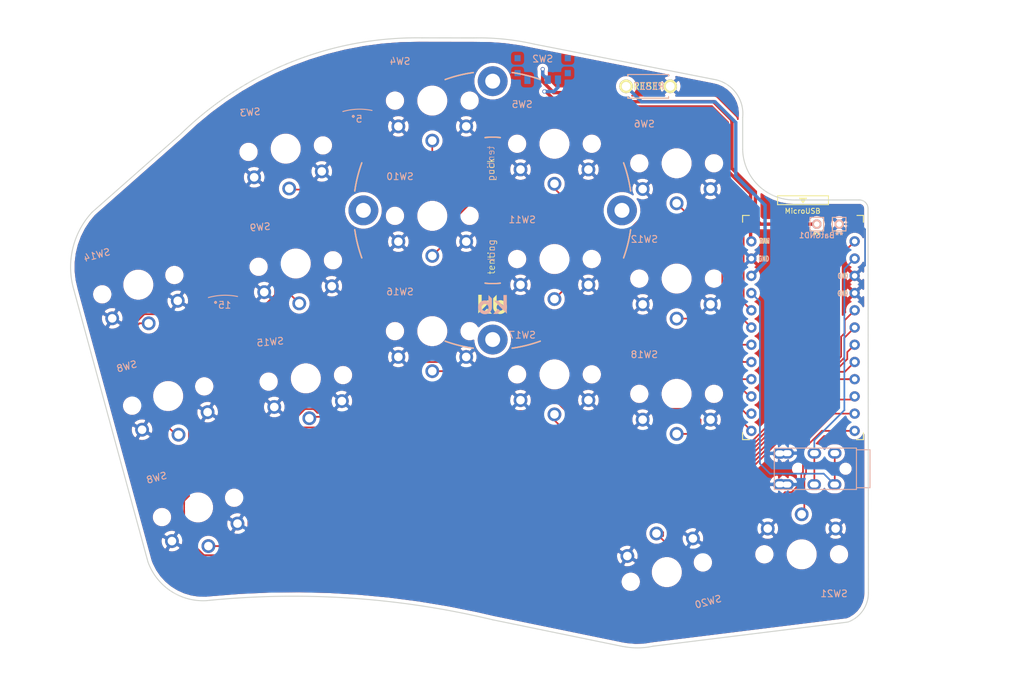
<source format=kicad_pcb>
(kicad_pcb (version 20171130) (host pcbnew 5.1.10)
  (title_block (title hypergolic) (date 2020-12-26) (rev 0.1) (company broomlabs))
  (layers (0 F.Cu signal) (31 B.Cu signal) (34 B.Paste user) (35 F.Paste user) (36 B.SilkS user) (37 F.SilkS user) (38 B.Mask user) (39 F.Mask user) (44 Edge.Cuts user))
  (net 0 "")
  (net 1 reset)
  (net 2 BT+)
  (net 3 gnd)
  (net 4 vcc)
  (net 5 Switch18)
  (net 6 Switch1)
  (net 7 Switch2)
  (net 8 Switch3)
  (net 9 Switch4)
  (net 10 Switch5)
  (net 11 Switch6)
  (net 12 Switch7)
  (net 13 Switch8)
  (net 14 Switch9)
  (net 15 Switch10)
  (net 16 Switch11)
  (net 17 Switch12)
  (net 18 Switch13)
  (net 19 Switch14)
  (net 20 Switch15)
  (net 21 Switch16)
  (net 22 Switch17)
  (net 23 raw)
  (module kbd:ProMicro_v3_min_dual (layer F.Cu) (at 202.438 85.598)
    (fp_text reference U1 hide)
    (fp_text value ProMicro-kbd hide)
    (fp_text user "" (at -1.2065 -16.256) (layer B.SilkS) (effects (justify mirror)))
    (fp_text user "" (at -0.5 -17.25) (layer F.SilkS))
    (fp_text user RAW (at -5.64 -14.52 unlocked) (layer B.SilkS) (effects (font (size 0.75 0.5) (thickness 0.125)) (justify mirror)))
    (fp_text user MicroUSB (at -0.05 -18.95) (layer F.SilkS) (effects (font (size 0.75 0.75) (thickness 0.12))))
    (fp_text user RAW (at -5.67 -14.52) (layer F.SilkS) (effects (font (size 0.75 0.5) (thickness 0.125))))
    (fp_text user GND (at -5.77 -11.91) (layer F.SilkS) (effects (font (size 0.75 0.5) (thickness 0.125))))
    (fp_text user GND (at -5.77 -11.88) (layer B.SilkS) (effects (font (size 0.75 0.5) (thickness 0.125)) (justify mirror)))
    (fp_text user GND (at 5.88 -9.35) (layer B.SilkS) (effects (font (size 0.75 0.5) (thickness 0.125)) (justify mirror)))
    (fp_text user GND (at 5.88 -9.38) (layer F.SilkS) (effects (font (size 0.75 0.5) (thickness 0.125))))
    (fp_text user GND (at 5.86 -6.77) (layer B.SilkS) (effects (font (size 0.75 0.5) (thickness 0.125)) (justify mirror)))
    (fp_text user GND (at 5.86 -6.8) (layer F.SilkS) (effects (font (size 0.75 0.5) (thickness 0.125))))
    (pad 24 thru_hole circle (at -7.6086 -14.478) (size 1.524 1.524) (drill 0.8128) (layers *.Cu *.Mask) (net 23 raw))
    (pad 23 thru_hole circle (at -7.6086 -11.938) (size 1.524 1.524) (drill 0.8128) (layers *.Cu *.Mask) (net 3 gnd))
    (pad 22 thru_hole circle (at -7.6086 -9.398) (size 1.524 1.524) (drill 0.8128) (layers *.Cu *.Mask) (net 1 reset))
    (pad 21 thru_hole circle (at -7.6086 -6.858) (size 1.524 1.524) (drill 0.8128) (layers *.Cu *.Mask) (net 4 vcc))
    (pad 20 thru_hole circle (at -7.6086 -4.318) (size 1.524 1.524) (drill 0.8128) (layers *.Cu *.Mask) (net 10 Switch5))
    (pad 19 thru_hole circle (at -7.6086 -1.778) (size 1.524 1.524) (drill 0.8128) (layers *.Cu *.Mask) (net 9 Switch4))
    (pad 18 thru_hole circle (at -7.6086 0.762) (size 1.524 1.524) (drill 0.8128) (layers *.Cu *.Mask) (net 8 Switch3))
    (pad 17 thru_hole circle (at -7.6086 3.302) (size 1.524 1.524) (drill 0.8128) (layers *.Cu *.Mask) (net 7 Switch2))
    (pad 16 thru_hole circle (at -7.6086 5.842) (size 1.524 1.524) (drill 0.8128) (layers *.Cu *.Mask) (net 11 Switch6))
    (pad 15 thru_hole circle (at -7.6086 8.382) (size 1.524 1.524) (drill 0.8128) (layers *.Cu *.Mask) (net 12 Switch7))
    (pad 14 thru_hole circle (at -7.6086 10.922) (size 1.524 1.524) (drill 0.8128) (layers *.Cu *.Mask) (net 13 Switch8))
    (pad 13 thru_hole circle (at -7.6086 13.462) (size 1.524 1.524) (drill 0.8128) (layers *.Cu *.Mask) (net 14 Switch9))
    (pad 12 thru_hole circle (at 7.6114 13.462) (size 1.524 1.524) (drill 0.8128) (layers *.Cu *.Mask) (net 22 Switch17))
    (pad 11 thru_hole circle (at 7.6114 10.922) (size 1.524 1.524) (drill 0.8128) (layers *.Cu *.Mask) (net 21 Switch16))
    (pad 10 thru_hole circle (at 7.6114 8.382) (size 1.524 1.524) (drill 0.8128) (layers *.Cu *.Mask) (net 6 Switch1))
    (pad 9 thru_hole circle (at 7.6114 5.842) (size 1.524 1.524) (drill 0.8128) (layers *.Cu *.Mask) (net 20 Switch15))
    (pad 8 thru_hole circle (at 7.6114 3.302) (size 1.524 1.524) (drill 0.8128) (layers *.Cu *.Mask) (net 19 Switch14))
    (pad 7 thru_hole circle (at 7.6114 0.762) (size 1.524 1.524) (drill 0.8128) (layers *.Cu *.Mask) (net 18 Switch13))
    (pad 6 thru_hole circle (at 7.6114 -1.778) (size 1.524 1.524) (drill 0.8128) (layers *.Cu *.Mask) (net 17 Switch12))
    (pad 5 thru_hole circle (at 7.6114 -4.318) (size 1.524 1.524) (drill 0.8128) (layers *.Cu *.Mask) (net 16 Switch11))
    (pad 4 thru_hole circle (at 7.6114 -6.858) (size 1.524 1.524) (drill 0.8128) (layers *.Cu *.Mask) (net 3 gnd))
    (pad 3 thru_hole circle (at 7.6114 -9.398) (size 1.524 1.524) (drill 0.8128) (layers *.Cu *.Mask) (net 3 gnd))
    (pad 2 thru_hole circle (at 7.6114 -11.938) (size 1.524 1.524) (drill 0.8128) (layers *.Cu *.Mask) (net 5 Switch18))
    (pad 1 thru_hole circle (at 7.6114 -14.478) (size 1.524 1.524) (drill 0.8128) (layers *.Cu *.Mask) (net 15 Switch10))
  )
  (module kbd:1pin_conn (layer B.Cu) (at 207.772 68.58 180)
    (fp_text reference ** (at 0 -1.651) (layer B.SilkS) (effects (font (size 0.8128 0.8128)) (justify mirror)))
    (fp_text value Val** hide)
    (fp_text user ** (at 0 -1.651) (layer F.SilkS) (effects (font (size 0.8128 0.8128))))
    (pad 1 thru_hole circle (at 0 0 180) (size 1.397 1.397) (drill 0.8128) (layers *.Cu *.Mask B.SilkS) (net 3 gnd))
  )
  (module kbd:1pin_conn (layer B.Cu) (at 204.47 68.58 180)
    (fp_text reference BatGND1 (at 0 -1.651) (layer B.SilkS) (effects (font (size 0.8128 0.8128)) (justify mirror)))
    (fp_text value MountingHole_Pad hide)
    (fp_text user ** (at 0 -1.651) (layer F.SilkS) (effects (font (size 0.8128 0.8128))))
    (pad 1 thru_hole circle (at 0 0 180) (size 1.397 1.397) (drill 0.8128) (layers *.Cu *.Mask B.SilkS) (net 2 BT+))
  )
  (module Kailh:TRRS-PJ-DPB2 (layer B.Cu) (at 210.312 104.648 90)
    (fp_text reference Jack0 hide)
    (fp_text value TRRS hide)
    (pad R1 thru_hole oval (at -2.33 -6.22 270) (size 1.6 2) (drill oval 0.9 1.3) (layers *.Cu *.Mask) (net 5 Switch18))
    (pad R2 thru_hole oval (at -2.33 -3.22 270) (size 1.6 2) (drill oval 0.9 1.3) (layers *.Cu *.Mask) (net 4 vcc))
    (pad T thru_hole oval (at -2.33 -10.22 270) (size 1.6 2) (drill oval 0.9 1.3) (layers *.Cu *.Mask) (net 3 gnd))
    (pad S thru_hole oval (at 2.27 -11.32 270) (size 1.6 2) (drill oval 0.9 1.3) (layers *.Cu *.Mask) (net 3 gnd))
    (pad S thru_hole oval (at -2.3 -11.3 90) (size 1.6 2) (drill oval 0.9 1.3) (layers *.Cu *.Mask) (net 3 gnd))
    (pad T thru_hole oval (at 2.3 -10.2 90) (size 1.6 2) (drill oval 0.9 1.3) (layers *.Cu *.Mask) (net 3 gnd))
    (pad R2 thru_hole oval (at 2.3 -3.2 90) (size 1.6 2) (drill oval 0.9 1.3) (layers *.Cu *.Mask) (net 4 vcc))
    (pad "" np_thru_hole circle (at 0 -8.6 90) (size 0.8 0.8) (drill 0.8) (layers *.Cu *.Mask))
    (pad "" np_thru_hole circle (at 0 -1.6 90) (size 0.8 0.8) (drill 0.8) (layers *.Cu *.Mask))
    (pad R1 thru_hole oval (at 2.3 -6.2 90) (size 1.6 2) (drill oval 0.9 1.3) (layers *.Cu *.Mask) (net 5 Switch18))
  )
  (module Kailh:SW_PG1350_rev_DPB2 (layer F.Cu) (at 113.303734 110.348688 15)
    (fp_text reference SW8 hide)
    (fp_text value SW_Push hide)
    (fp_text user %R (at -4.760001 -5.8 15) (layer B.SilkS) (effects (justify mirror)))
    (pad "" np_thru_hole circle (at -5.5 0 15) (size 1.7018 1.7018) (drill 1.7018) (layers *.Cu *.Mask))
    (pad "" np_thru_hole circle (at 5.5 0 15) (size 1.7018 1.7018) (drill 1.7018) (layers *.Cu *.Mask))
    (pad 1 thru_hole circle (at 0 5.9 15) (size 2.032 2.032) (drill 1.27) (layers *.Cu *.Mask) (net 16 Switch11))
    (pad 2 thru_hole circle (at -5 3.8 15) (size 2.032 2.032) (drill 1.27) (layers *.Cu *.Mask) (net 3 gnd))
    (pad "" np_thru_hole circle (at 0 0 15) (size 3.429 3.429) (drill 3.429) (layers *.Cu *.Mask))
    (pad 2 thru_hole circle (at 5 3.8 15) (size 2.032 2.032) (drill 1.27) (layers *.Cu *.Mask) (net 3 gnd))
  )
  (module Kailh:SW_PG1350_rev_DPB2 (layer F.Cu) (at 202.245524 117.262705 180)
    (fp_text reference SW21 hide)
    (fp_text value SW_Push hide)
    (fp_text user %R (at -4.76 -5.8) (layer B.SilkS) (effects (justify mirror)))
    (pad 2 thru_hole circle (at 5 3.8 180) (size 2.032 2.032) (drill 1.27) (layers *.Cu *.Mask) (net 3 gnd))
    (pad "" np_thru_hole circle (at 0 0 180) (size 3.429 3.429) (drill 3.429) (layers *.Cu *.Mask))
    (pad 2 thru_hole circle (at -5 3.8 180) (size 2.032 2.032) (drill 1.27) (layers *.Cu *.Mask) (net 3 gnd))
    (pad 1 thru_hole circle (at 0 5.9 180) (size 2.032 2.032) (drill 1.27) (layers *.Cu *.Mask) (net 22 Switch17))
    (pad "" np_thru_hole circle (at 5.5 0 180) (size 1.7018 1.7018) (drill 1.7018) (layers *.Cu *.Mask))
    (pad "" np_thru_hole circle (at -5.5 0 180) (size 1.7018 1.7018) (drill 1.7018) (layers *.Cu *.Mask))
  )
  (module Kailh:SW_PG1350_rev_DPB2 (layer F.Cu) (at 104.503165 77.504519 15)
    (fp_text reference SW14 hide)
    (fp_text value SW_Push hide)
    (fp_text user %R (at -4.760001 -5.8 15) (layer B.SilkS) (effects (justify mirror)))
    (pad 2 thru_hole circle (at 5 3.8 15) (size 2.032 2.032) (drill 1.27) (layers *.Cu *.Mask) (net 3 gnd))
    (pad "" np_thru_hole circle (at 0 0 15) (size 3.429 3.429) (drill 3.429) (layers *.Cu *.Mask))
    (pad 2 thru_hole circle (at -5 3.8 15) (size 2.032 2.032) (drill 1.27) (layers *.Cu *.Mask) (net 3 gnd))
    (pad 1 thru_hole circle (at 0 5.9 15) (size 2.032 2.032) (drill 1.27) (layers *.Cu *.Mask) (net 6 Switch1))
    (pad "" np_thru_hole circle (at 5.5 0 15) (size 1.7018 1.7018) (drill 1.7018) (layers *.Cu *.Mask))
    (pad "" np_thru_hole circle (at -5.5 0 15) (size 1.7018 1.7018) (drill 1.7018) (layers *.Cu *.Mask))
  )
  (module Kailh:SW_PG1350_rev_DPB2 (layer F.Cu) (at 108.90337 93.926306 15)
    (fp_text reference SW8 hide)
    (fp_text value SW_Push hide)
    (fp_text user %R (at -4.760001 -5.8 15) (layer B.SilkS) (effects (justify mirror)))
    (pad 2 thru_hole circle (at 5 3.8 15) (size 2.032 2.032) (drill 1.27) (layers *.Cu *.Mask) (net 3 gnd))
    (pad "" np_thru_hole circle (at 0 0 15) (size 3.429 3.429) (drill 3.429) (layers *.Cu *.Mask))
    (pad 2 thru_hole circle (at -5 3.8 15) (size 2.032 2.032) (drill 1.27) (layers *.Cu *.Mask) (net 3 gnd))
    (pad 1 thru_hole circle (at 0 5.9 15) (size 2.032 2.032) (drill 1.27) (layers *.Cu *.Mask) (net 11 Switch6))
    (pad "" np_thru_hole circle (at 5.5 0 15) (size 1.7018 1.7018) (drill 1.7018) (layers *.Cu *.Mask))
    (pad "" np_thru_hole circle (at -5.5 0 15) (size 1.7018 1.7018) (drill 1.7018) (layers *.Cu *.Mask))
  )
  (module Kailh:SW_PG1350_rev_DPB2 (layer F.Cu) (at 165.818 90.731)
    (fp_text reference SW17 hide)
    (fp_text value SW_Push hide)
    (fp_text user %R (at -4.76 -5.8) (layer B.SilkS) (effects (justify mirror)))
    (pad 2 thru_hole circle (at 5 3.8) (size 2.032 2.032) (drill 1.27) (layers *.Cu *.Mask) (net 3 gnd))
    (pad "" np_thru_hole circle (at 0 0) (size 3.429 3.429) (drill 3.429) (layers *.Cu *.Mask))
    (pad 2 thru_hole circle (at -5 3.8) (size 2.032 2.032) (drill 1.27) (layers *.Cu *.Mask) (net 3 gnd))
    (pad 1 thru_hole circle (at 0 5.9) (size 2.032 2.032) (drill 1.27) (layers *.Cu *.Mask) (net 19 Switch14))
    (pad "" np_thru_hole circle (at 5.5 0) (size 1.7018 1.7018) (drill 1.7018) (layers *.Cu *.Mask))
    (pad "" np_thru_hole circle (at -5.5 0) (size 1.7018 1.7018) (drill 1.7018) (layers *.Cu *.Mask))
  )
  (module Kailh:SW_PG1350_rev_DPB2 (layer F.Cu) (at 183.818 76.606)
    (fp_text reference SW12 hide)
    (fp_text value SW_Push hide)
    (fp_text user %R (at -4.76 -5.8) (layer B.SilkS) (effects (justify mirror)))
    (pad 2 thru_hole circle (at 5 3.8) (size 2.032 2.032) (drill 1.27) (layers *.Cu *.Mask) (net 3 gnd))
    (pad "" np_thru_hole circle (at 0 0) (size 3.429 3.429) (drill 3.429) (layers *.Cu *.Mask))
    (pad 2 thru_hole circle (at -5 3.8) (size 2.032 2.032) (drill 1.27) (layers *.Cu *.Mask) (net 3 gnd))
    (pad 1 thru_hole circle (at 0 5.9) (size 2.032 2.032) (drill 1.27) (layers *.Cu *.Mask) (net 15 Switch10))
    (pad "" np_thru_hole circle (at 5.5 0) (size 1.7018 1.7018) (drill 1.7018) (layers *.Cu *.Mask))
    (pad "" np_thru_hole circle (at -5.5 0) (size 1.7018 1.7018) (drill 1.7018) (layers *.Cu *.Mask))
  )
  (module Kailh:SW_PG1350_rev_DPB2 (layer F.Cu) (at 183.818 93.606)
    (fp_text reference SW18 hide)
    (fp_text value SW_Push hide)
    (fp_text user %R (at -4.76 -5.8) (layer B.SilkS) (effects (justify mirror)))
    (pad 2 thru_hole circle (at 5 3.8) (size 2.032 2.032) (drill 1.27) (layers *.Cu *.Mask) (net 3 gnd))
    (pad "" np_thru_hole circle (at 0 0) (size 3.429 3.429) (drill 3.429) (layers *.Cu *.Mask))
    (pad 2 thru_hole circle (at -5 3.8) (size 2.032 2.032) (drill 1.27) (layers *.Cu *.Mask) (net 3 gnd))
    (pad 1 thru_hole circle (at 0 5.9) (size 2.032 2.032) (drill 1.27) (layers *.Cu *.Mask) (net 20 Switch15))
    (pad "" np_thru_hole circle (at 5.5 0) (size 1.7018 1.7018) (drill 1.7018) (layers *.Cu *.Mask))
    (pad "" np_thru_hole circle (at -5.5 0) (size 1.7018 1.7018) (drill 1.7018) (layers *.Cu *.Mask))
  )
  (module Kailh:SW_PG1350_rev_DPB2 (layer F.Cu) (at 126.222674 57.450261 5)
    (fp_text reference SW3 hide)
    (fp_text value SW_Push hide)
    (fp_text user %R (at -4.76 -5.8 5) (layer B.SilkS) (effects (justify mirror)))
    (pad 2 thru_hole circle (at 5 3.8 5) (size 2.032 2.032) (drill 1.27) (layers *.Cu *.Mask) (net 3 gnd))
    (pad "" np_thru_hole circle (at 0 0 5) (size 3.429 3.429) (drill 3.429) (layers *.Cu *.Mask))
    (pad 2 thru_hole circle (at -5 3.8 5) (size 2.032 2.032) (drill 1.27) (layers *.Cu *.Mask) (net 3 gnd))
    (pad 1 thru_hole circle (at 0 5.9 5) (size 2.032 2.032) (drill 1.27) (layers *.Cu *.Mask) (net 7 Switch2))
    (pad "" np_thru_hole circle (at 5.5 0 5) (size 1.7018 1.7018) (drill 1.7018) (layers *.Cu *.Mask))
    (pad "" np_thru_hole circle (at -5.5 0 5) (size 1.7018 1.7018) (drill 1.7018) (layers *.Cu *.Mask))
  )
  (module Kailh:SW_PG1350_rev_DPB2 (layer F.Cu) (at 182.372 119.888 195)
    (fp_text reference SW20 hide)
    (fp_text value SW_Push hide)
    (fp_text user %R (at -4.76 -5.8 15) (layer B.SilkS) (effects (justify mirror)))
    (pad 2 thru_hole circle (at 5 3.8 195) (size 2.032 2.032) (drill 1.27) (layers *.Cu *.Mask) (net 3 gnd))
    (pad "" np_thru_hole circle (at 0 0 195) (size 3.429 3.429) (drill 3.429) (layers *.Cu *.Mask))
    (pad 2 thru_hole circle (at -5 3.8 195) (size 2.032 2.032) (drill 1.27) (layers *.Cu *.Mask) (net 3 gnd))
    (pad 1 thru_hole circle (at 0 5.9 195) (size 2.032 2.032) (drill 1.27) (layers *.Cu *.Mask) (net 21 Switch16))
    (pad "" np_thru_hole circle (at 5.5 0 195) (size 1.7018 1.7018) (drill 1.7018) (layers *.Cu *.Mask))
    (pad "" np_thru_hole circle (at -5.5 0 195) (size 1.7018 1.7018) (drill 1.7018) (layers *.Cu *.Mask))
  )
  (module Kailh:SW_PG1350_rev_DPB2 (layer F.Cu) (at 147.818 84.356)
    (fp_text reference SW16 hide)
    (fp_text value SW_Push hide)
    (fp_text user %R (at -4.76 -5.8) (layer B.SilkS) (effects (justify mirror)))
    (pad 2 thru_hole circle (at 5 3.8) (size 2.032 2.032) (drill 1.27) (layers *.Cu *.Mask) (net 3 gnd))
    (pad "" np_thru_hole circle (at 0 0) (size 3.429 3.429) (drill 3.429) (layers *.Cu *.Mask))
    (pad 2 thru_hole circle (at -5 3.8) (size 2.032 2.032) (drill 1.27) (layers *.Cu *.Mask) (net 3 gnd))
    (pad 1 thru_hole circle (at 0 5.9) (size 2.032 2.032) (drill 1.27) (layers *.Cu *.Mask) (net 18 Switch13))
    (pad "" np_thru_hole circle (at 5.5 0) (size 1.7018 1.7018) (drill 1.7018) (layers *.Cu *.Mask))
    (pad "" np_thru_hole circle (at -5.5 0) (size 1.7018 1.7018) (drill 1.7018) (layers *.Cu *.Mask))
  )
  (module Kailh:SW_PG1350_rev_DPB2 (layer F.Cu) (at 129.18561 91.317467 5)
    (fp_text reference SW15 hide)
    (fp_text value SW_Push hide)
    (fp_text user %R (at -4.76 -5.8 5) (layer B.SilkS) (effects (justify mirror)))
    (pad 2 thru_hole circle (at 5 3.8 5) (size 2.032 2.032) (drill 1.27) (layers *.Cu *.Mask) (net 3 gnd))
    (pad "" np_thru_hole circle (at 0 0 5) (size 3.429 3.429) (drill 3.429) (layers *.Cu *.Mask))
    (pad 2 thru_hole circle (at -5 3.8 5) (size 2.032 2.032) (drill 1.27) (layers *.Cu *.Mask) (net 3 gnd))
    (pad 1 thru_hole circle (at 0 5.9 5) (size 2.032 2.032) (drill 1.27) (layers *.Cu *.Mask) (net 17 Switch12))
    (pad "" np_thru_hole circle (at 5.5 0 5) (size 1.7018 1.7018) (drill 1.7018) (layers *.Cu *.Mask))
    (pad "" np_thru_hole circle (at -5.5 0 5) (size 1.7018 1.7018) (drill 1.7018) (layers *.Cu *.Mask))
  )
  (module Kailh:SW_PG1350_rev_DPB2 (layer F.Cu) (at 165.818 73.726)
    (fp_text reference SW11 hide)
    (fp_text value SW_Push hide)
    (fp_text user %R (at -4.76 -5.8) (layer B.SilkS) (effects (justify mirror)))
    (pad 2 thru_hole circle (at 5 3.8) (size 2.032 2.032) (drill 1.27) (layers *.Cu *.Mask) (net 3 gnd))
    (pad "" np_thru_hole circle (at 0 0) (size 3.429 3.429) (drill 3.429) (layers *.Cu *.Mask))
    (pad 2 thru_hole circle (at -5 3.8) (size 2.032 2.032) (drill 1.27) (layers *.Cu *.Mask) (net 3 gnd))
    (pad 1 thru_hole circle (at 0 5.9) (size 2.032 2.032) (drill 1.27) (layers *.Cu *.Mask) (net 14 Switch9))
    (pad "" np_thru_hole circle (at 5.5 0) (size 1.7018 1.7018) (drill 1.7018) (layers *.Cu *.Mask))
    (pad "" np_thru_hole circle (at -5.5 0) (size 1.7018 1.7018) (drill 1.7018) (layers *.Cu *.Mask))
  )
  (module Kailh:SW_PG1350_rev_DPB2 (layer F.Cu) (at 147.818 67.356)
    (fp_text reference SW10 hide)
    (fp_text value SW_Push hide)
    (fp_text user %R (at -4.76 -5.8) (layer B.SilkS) (effects (justify mirror)))
    (pad 2 thru_hole circle (at 5 3.8) (size 2.032 2.032) (drill 1.27) (layers *.Cu *.Mask) (net 3 gnd))
    (pad "" np_thru_hole circle (at 0 0) (size 3.429 3.429) (drill 3.429) (layers *.Cu *.Mask))
    (pad 2 thru_hole circle (at -5 3.8) (size 2.032 2.032) (drill 1.27) (layers *.Cu *.Mask) (net 3 gnd))
    (pad 1 thru_hole circle (at 0 5.9) (size 2.032 2.032) (drill 1.27) (layers *.Cu *.Mask) (net 13 Switch8))
    (pad "" np_thru_hole circle (at 5.5 0) (size 1.7018 1.7018) (drill 1.7018) (layers *.Cu *.Mask))
    (pad "" np_thru_hole circle (at -5.5 0) (size 1.7018 1.7018) (drill 1.7018) (layers *.Cu *.Mask))
  )
  (module Kailh:SW_PG1350_rev_DPB2 (layer F.Cu) (at 127.704262 74.385584 5)
    (fp_text reference SW9 hide)
    (fp_text value SW_Push hide)
    (fp_text user %R (at -4.76 -5.8 5) (layer B.SilkS) (effects (justify mirror)))
    (pad 2 thru_hole circle (at 5 3.8 5) (size 2.032 2.032) (drill 1.27) (layers *.Cu *.Mask) (net 3 gnd))
    (pad "" np_thru_hole circle (at 0 0 5) (size 3.429 3.429) (drill 3.429) (layers *.Cu *.Mask))
    (pad 2 thru_hole circle (at -5 3.8 5) (size 2.032 2.032) (drill 1.27) (layers *.Cu *.Mask) (net 3 gnd))
    (pad 1 thru_hole circle (at 0 5.9 5) (size 2.032 2.032) (drill 1.27) (layers *.Cu *.Mask) (net 12 Switch7))
    (pad "" np_thru_hole circle (at 5.5 0 5) (size 1.7018 1.7018) (drill 1.7018) (layers *.Cu *.Mask))
    (pad "" np_thru_hole circle (at -5.5 0 5) (size 1.7018 1.7018) (drill 1.7018) (layers *.Cu *.Mask))
  )
  (module Kailh:SW_PG1350_rev_DPB2 (layer F.Cu) (at 165.818 56.726)
    (fp_text reference SW5 hide)
    (fp_text value SW_Push hide)
    (fp_text user %R (at -4.76 -5.8) (layer B.SilkS) (effects (justify mirror)))
    (pad 2 thru_hole circle (at 5 3.8) (size 2.032 2.032) (drill 1.27) (layers *.Cu *.Mask) (net 3 gnd))
    (pad "" np_thru_hole circle (at 0 0) (size 3.429 3.429) (drill 3.429) (layers *.Cu *.Mask))
    (pad 2 thru_hole circle (at -5 3.8) (size 2.032 2.032) (drill 1.27) (layers *.Cu *.Mask) (net 3 gnd))
    (pad 1 thru_hole circle (at 0 5.9) (size 2.032 2.032) (drill 1.27) (layers *.Cu *.Mask) (net 9 Switch4))
    (pad "" np_thru_hole circle (at 5.5 0) (size 1.7018 1.7018) (drill 1.7018) (layers *.Cu *.Mask))
    (pad "" np_thru_hole circle (at -5.5 0) (size 1.7018 1.7018) (drill 1.7018) (layers *.Cu *.Mask))
  )
  (module Kailh:SW_PG1350_rev_DPB2 (layer F.Cu) (at 147.818 50.366)
    (fp_text reference SW4 hide)
    (fp_text value SW_Push hide)
    (fp_text user %R (at -4.76 -5.8) (layer B.SilkS) (effects (justify mirror)))
    (pad 2 thru_hole circle (at 5 3.8) (size 2.032 2.032) (drill 1.27) (layers *.Cu *.Mask) (net 3 gnd))
    (pad "" np_thru_hole circle (at 0 0) (size 3.429 3.429) (drill 3.429) (layers *.Cu *.Mask))
    (pad 2 thru_hole circle (at -5 3.8) (size 2.032 2.032) (drill 1.27) (layers *.Cu *.Mask) (net 3 gnd))
    (pad 1 thru_hole circle (at 0 5.9) (size 2.032 2.032) (drill 1.27) (layers *.Cu *.Mask) (net 8 Switch3))
    (pad "" np_thru_hole circle (at 5.5 0) (size 1.7018 1.7018) (drill 1.7018) (layers *.Cu *.Mask))
    (pad "" np_thru_hole circle (at -5.5 0) (size 1.7018 1.7018) (drill 1.7018) (layers *.Cu *.Mask))
  )
  (module Kailh:SW_PG1350_rev_DPB2 (layer F.Cu) (at 183.818 59.606)
    (fp_text reference SW6 hide)
    (fp_text value SW_Push hide)
    (fp_text user %R (at -4.76 -5.8) (layer B.SilkS) (effects (justify mirror)))
    (pad 2 thru_hole circle (at 5 3.8) (size 2.032 2.032) (drill 1.27) (layers *.Cu *.Mask) (net 3 gnd))
    (pad "" np_thru_hole circle (at 0 0) (size 3.429 3.429) (drill 3.429) (layers *.Cu *.Mask))
    (pad 2 thru_hole circle (at -5 3.8) (size 2.032 2.032) (drill 1.27) (layers *.Cu *.Mask) (net 3 gnd))
    (pad 1 thru_hole circle (at 0 5.9) (size 2.032 2.032) (drill 1.27) (layers *.Cu *.Mask) (net 10 Switch5))
    (pad "" np_thru_hole circle (at 5.5 0) (size 1.7018 1.7018) (drill 1.7018) (layers *.Cu *.Mask))
    (pad "" np_thru_hole circle (at -5.5 0) (size 1.7018 1.7018) (drill 1.7018) (layers *.Cu *.Mask))
  )
  (module kbd:Tenting_Puck2 (layer F.Cu) (at 156.718 66.548)
    (fp_text reference REF**)
    (fp_text value "Tenting Puck")
    (fp_text user tenting (at -0.1905 6.858 90) (layer F.SilkS) (effects (font (thickness 0.1))))
    (fp_text user puck (at -0.254 -6.0325 90) (layer F.SilkS) (effects (font (thickness 0.1))))
    (fp_text user tenting (at -0.254 -6.9215 90) (layer B.SilkS) (effects (font (thickness 0.1)) (justify mirror)))
    (fp_text user puck (at -0.1905 6.0325 90 unlocked) (layer B.SilkS) (effects (font (thickness 0.1)) (justify mirror)))
    (pad 1 thru_hole circle (at 0 -19.05) (size 4.4 4.4) (drill 2.2) (layers *.Cu *.Mask))
    (pad 1 thru_hole circle (at 19.05 0) (size 4.4 4.4) (drill 2.2) (layers *.Cu *.Mask))
    (pad 1 thru_hole circle (at 0 19.05) (size 4.4 4.4) (drill 2.2) (layers *.Cu *.Mask))
    (pad 1 thru_hole circle (at -19.05 0) (size 4.4 4.4) (drill 2.2) (layers *.Cu *.Mask))
  )
  (module Kailh:SPDT_C128955r (layer B.Cu) (at 164.084 45.212 180)
    (fp_text reference SW2 (at 0 1) (layer B.SilkS) (effects (justify mirror)))
    (fp_text value SW_SPDT)
    (pad 2 smd rect (at -0.75 -2.075 180) (size 0.9 1.25) (layers B.Cu B.Paste B.Mask) (net 2 BT+))
    (pad 3 smd rect (at -2.25 -2.075 180) (size 0.9 1.25) (layers B.Cu B.Paste B.Mask) (net 23 raw))
    (pad 1 smd rect (at 2.25 -2.075 180) (size 0.9 1.25) (layers B.Cu B.Paste B.Mask))
    (pad 0 smd rect (at 3.7 1.1 180) (size 0.9 0.9) (layers B.Cu B.Paste B.Mask))
    (pad 0 smd rect (at 3.7 -1.1 180) (size 0.9 0.9) (layers B.Cu B.Paste B.Mask))
    (pad 0 smd rect (at -3.7 -1.1 180) (size 0.9 0.9) (layers B.Cu B.Paste B.Mask))
    (pad 0 smd rect (at -3.7 1.1 180) (size 0.9 0.9) (layers B.Cu B.Paste B.Mask))
  )
  (module kbd:ResetSW (layer F.Cu) (at 179.63 48.26)
    (fp_text reference RSW1 hide)
    (fp_text value SW_Push)
    (fp_text user RESET (at 0 0) (layer F.SilkS))
    (fp_text user RESET (at 0.127 0) (layer B.SilkS) (effects (justify mirror)))
    (pad 2 thru_hole circle (at -3.25 0) (size 2 2) (drill 1.3) (layers *.Cu *.Mask F.SilkS) (net 1 reset))
    (pad 1 thru_hole circle (at 3.25 0) (size 2 2) (drill 1.3) (layers *.Cu *.Mask F.SilkS) (net 3 gnd))
  )
  (gr_line (start 115.044532 124.044274) (end 114.539391 124.095039) (layer Edge.Cuts) (width 0.15))
  (gr_line (start 175.830275 130.844294) (end 156.736518 126.922959) (layer Edge.Cuts) (width 0.15))
  (gr_arc (start 137.110282 60.75027) (end 134.64007 51.9719) (angle 27.3) (layer B.SilkS) (width 0.15))
  (gr_text 5° (at 136.652 53.086) (layer B.SilkS) (effects (font (size 1 1)) (justify mirror)))
  (gr_text 15° (at 116.84 80.518) (layer B.SilkS) (effects (font (size 1 1)) (justify mirror)))
  (gr_arc (start 117.298282 88.18227) (end 114.82807 79.4039) (angle 27.3) (layer B.SilkS) (width 0.15))
  (gr_arc (start 145.544933 90.860144) (end 110.746933 55.300144) (angle 45.25427734) (layer Edge.Cuts) (width 0.15))
  (gr_line (start 176.259632 130.905873) (end 175.830275 130.844294) (layer Edge.Cuts) (width 0.15))
  (gr_arc (start 127.349555 249.182449) (end 115.044532 124.044274) (angle 19.13145794) (layer Edge.Cuts) (width 0.15))
  (gr_arc (start 210.74968 66.284) (end 212.01968 66.294) (angle -94.05555909) (layer Edge.Cuts) (width 0.15))
  (gr_line (start 210.669836 65.016473) (end 201.421859 65.019771) (angle 90) (layer Edge.Cuts) (width 0.15))
  (gr_arc (start 178.054 120.396) (end 180.34 130.81) (angle 22.06954052) (layer Edge.Cuts) (width 0.15))
  (gr_line (start 180.34 130.81) (end 209.042 127.254) (layer Edge.Cuts) (width 0.15))
  (gr_arc (start 207.505646 122.951905) (end 209.042 127.254) (angle -70.54625375) (layer Edge.Cuts) (width 0.15))
  (gr_arc (start 154.709921 77.51079) (end 162.851607 42.037399) (angle -14.16454563) (layer Edge.Cuts) (width 0.15))
  (gr_line (start 153.923472 41.123567) (end 146.304534 41.112406) (angle 90) (layer Edge.Cuts) (width 0.15))
  (gr_arc (start 201.168 57.40261) (end 193.548 57.548151) (angle -90.81459567) (layer Edge.Cuts) (width 0.15))
  (gr_arc (start 188.450493 52.28591) (end 193.548 52.832) (angle -87.32605082) (layer Edge.Cuts) (width 0.15))
  (gr_arc (start 114.053903 115.475133) (end 105.918 118.364) (angle -73.67484284) (layer Edge.Cuts) (width 0.15))
  (gr_line (start 110.746933 55.300144) (end 97.68305 66.833023) (angle 90) (layer Edge.Cuts) (width 0.15))
  (gr_arc (start 106.438036 74.913006) (end 97.68305 66.833023) (angle -58.87980947) (layer Edge.Cuts) (width 0.15))
  (gr_line (start 193.548 57.548151) (end 193.548 52.832) (angle 90) (layer Edge.Cuts) (width 0.15))
  (gr_line (start 94.996 78.232) (end 105.918 118.364) (angle 90) (layer Edge.Cuts) (width 0.15))
  (gr_line (start 212.073813 122.936055) (end 212.01968 66.294) (angle 90) (layer Edge.Cuts) (width 0.15))
  (gr_line (start 189.233799 47.21943) (end 162.851607 42.037399) (angle 90) (layer Edge.Cuts) (width 0.15))
  (segment (start 161.798 81.28) (end 161.798002 81.279998) (width 0.25) (layer F.Cu) (net 0))
  (segment (start 176.38 48.26) (end 176.875206 48.26) (width 0.25) (layer F.Cu) (net 1))
  (segment (start 196.85 74.1794) (end 194.8294 76.2) (width 0.5) (layer B.Cu) (net 1))
  (segment (start 196.85 65.786) (end 196.85 74.1794) (width 0.5) (layer B.Cu) (net 1))
  (segment (start 192.532 61.468) (end 196.85 65.786) (width 0.5) (layer B.Cu) (net 1))
  (segment (start 192.532 53.594) (end 192.532 61.468) (width 0.5) (layer B.Cu) (net 1))
  (segment (start 189.484 50.546) (end 192.532 53.594) (width 0.5) (layer B.Cu) (net 1))
  (segment (start 178.666 50.546) (end 189.484 50.546) (width 0.5) (layer B.Cu) (net 1))
  (segment (start 176.38 48.26) (end 178.666 50.546) (width 0.5) (layer B.Cu) (net 1))
  (via (at 164.084 45.72) (size 0.6) (drill 0.4) (layers F.Cu B.Cu) (net 2))
  (segment (start 175.28001 50.52599) (end 189.25001 50.52599) (width 0.5) (layer F.Cu) (net 2))
  (segment (start 173.937353 49.183333) (end 175.28001 50.52599) (width 0.5) (layer F.Cu) (net 2))
  (segment (start 165.700667 49.183333) (end 173.937353 49.183333) (width 0.5) (layer F.Cu) (net 2))
  (segment (start 191.91701 53.259047) (end 191.96201 53.304047) (width 0.5) (layer F.Cu) (net 2))
  (segment (start 191.91701 53.19299) (end 191.91701 53.259047) (width 0.5) (layer F.Cu) (net 2))
  (segment (start 189.25001 50.52599) (end 191.91701 53.19299) (width 0.5) (layer F.Cu) (net 2))
  (segment (start 191.96201 53.23799) (end 191.96201 60.358012) (width 0.5) (layer F.Cu) (net 2))
  (segment (start 191.91701 53.19299) (end 191.96201 53.23799) (width 0.5) (layer F.Cu) (net 2))
  (segment (start 204.47 68.58) (end 196.182028 68.58) (width 0.5) (layer F.Cu) (net 2))
  (segment (start 195.420028 67.818) (end 195.420028 63.81603) (width 0.5) (layer F.Cu) (net 2))
  (segment (start 195.420028 63.81603) (end 195.087999 63.484001) (width 0.5) (layer F.Cu) (net 2))
  (segment (start 196.182028 68.58) (end 195.420028 67.818) (width 0.5) (layer F.Cu) (net 2))
  (segment (start 191.96201 60.358012) (end 195.087999 63.484001) (width 0.5) (layer F.Cu) (net 2))
  (segment (start 164.084 45.72) (end 164.084 47.566666) (width 0.5) (layer F.Cu) (net 2))
  (segment (start 164.084 47.566666) (end 164.303667 47.786333) (width 0.5) (layer F.Cu) (net 2))
  (segment (start 164.303667 47.786333) (end 165.700667 49.183333) (width 0.5) (layer F.Cu) (net 2))
  (segment (start 164.084 46.537) (end 164.834 47.287) (width 0.5) (layer B.Cu) (net 2))
  (segment (start 164.084 45.72) (end 164.084 46.537) (width 0.5) (layer B.Cu) (net 2))
  (segment (start 210.0466 76.2) (end 210.54277 76.2) (width 0.25) (layer F.Cu) (net 3))
  (segment (start 211.582 74.6674) (end 210.0494 76.2) (width 0.25) (layer B.Cu) (net 3))
  (segment (start 211.582 69.342) (end 211.582 74.6674) (width 0.25) (layer B.Cu) (net 3))
  (segment (start 210.82 68.58) (end 211.582 69.342) (width 0.25) (layer B.Cu) (net 3))
  (segment (start 207.772 68.58) (end 210.82 68.58) (width 0.25) (layer B.Cu) (net 3))
  (segment (start 207.112 106.958) (end 207.092 106.978) (width 0.25) (layer F.Cu) (net 4))
  (segment (start 207.112 102.348) (end 207.112 106.958) (width 0.25) (layer F.Cu) (net 4))
  (segment (start 205.487001 105.373001) (end 207.092 106.978) (width 0.25) (layer B.Cu) (net 4))
  (segment (start 197.575001 105.373001) (end 205.487001 105.373001) (width 0.25) (layer B.Cu) (net 4))
  (segment (start 196.088 103.886) (end 197.575001 105.373001) (width 0.25) (layer B.Cu) (net 4))
  (segment (start 196.088 79.9986) (end 196.088 103.886) (width 0.25) (layer B.Cu) (net 4))
  (segment (start 194.8294 78.74) (end 196.088 79.9986) (width 0.25) (layer B.Cu) (net 4))
  (segment (start 203.88729 102.12329) (end 204.112 102.348) (width 0.25) (layer F.Cu) (net 5))
  (segment (start 204.112 106.958) (end 204.092 106.978) (width 0.25) (layer F.Cu) (net 5))
  (segment (start 204.112 102.348) (end 204.112 106.958) (width 0.25) (layer F.Cu) (net 5))
  (segment (start 204.112 102.348) (end 204.112 100.434) (width 0.25) (layer B.Cu) (net 5))
  (segment (start 204.112 100.434) (end 208.534 96.012) (width 0.25) (layer B.Cu) (net 5))
  (segment (start 208.534 75.1754) (end 210.0494 73.66) (width 0.25) (layer B.Cu) (net 5))
  (segment (start 208.534 96.012) (end 208.534 75.1754) (width 0.25) (layer B.Cu) (net 5))
  (segment (start 163.068 97.536) (end 163.322 97.536) (width 0.25) (layer F.Cu) (net 6))
  (segment (start 120.015 115.189) (end 118.745 116.459) (width 0.25) (layer F.Cu) (net 6))
  (segment (start 131.572 98.552) (end 124.075754 98.552) (width 0.25) (layer F.Cu) (net 6))
  (segment (start 163.068 97.536) (end 159.258 97.536) (width 0.25) (layer F.Cu) (net 6))
  (segment (start 159.258 97.536) (end 153.416 91.694) (width 0.25) (layer F.Cu) (net 6))
  (segment (start 153.416 91.694) (end 149.098 91.694) (width 0.25) (layer F.Cu) (net 6))
  (segment (start 132.686925 97.437075) (end 131.572 98.552) (width 0.25) (layer F.Cu) (net 6))
  (segment (start 148.336 92.456) (end 143.63841 92.456) (width 0.25) (layer F.Cu) (net 6))
  (segment (start 138.657335 97.437075) (end 132.686925 97.437075) (width 0.25) (layer F.Cu) (net 6))
  (segment (start 149.098 91.694) (end 148.336 92.456) (width 0.25) (layer F.Cu) (net 6))
  (segment (start 143.63841 92.456) (end 138.657335 97.437075) (width 0.25) (layer F.Cu) (net 6))
  (segment (start 111.96798 108.66598) (end 111.264233 109.369727) (width 0.25) (layer F.Cu) (net 6))
  (segment (start 117.815349 117.388651) (end 118.745 116.459) (width 0.25) (layer F.Cu) (net 6))
  (segment (start 111.264233 114.465799) (end 114.187085 117.388651) (width 0.25) (layer F.Cu) (net 6))
  (segment (start 111.96798 98.25198) (end 111.96798 108.66598) (width 0.25) (layer F.Cu) (net 6))
  (segment (start 111.35973 97.64373) (end 111.96798 98.25198) (width 0.25) (layer F.Cu) (net 6))
  (segment (start 114.187085 117.388651) (end 117.815349 117.388651) (width 0.25) (layer F.Cu) (net 6))
  (segment (start 108.69414 97.64373) (end 111.35973 97.64373) (width 0.25) (layer F.Cu) (net 6))
  (segment (start 103.06601 92.0156) (end 108.69414 97.64373) (width 0.25) (layer F.Cu) (net 6))
  (segment (start 111.264233 109.369727) (end 111.264233 114.465799) (width 0.25) (layer F.Cu) (net 6))
  (segment (start 103.06601 84.819396) (end 103.06601 92.0156) (width 0.25) (layer F.Cu) (net 6))
  (segment (start 104.681925 83.203481) (end 103.06601 84.819396) (width 0.25) (layer F.Cu) (net 6))
  (segment (start 106.030197 83.203481) (end 104.681925 83.203481) (width 0.25) (layer F.Cu) (net 6))
  (segment (start 124.075754 98.552) (end 121.219877 101.407877) (width 0.25) (layer F.Cu) (net 6))
  (segment (start 121.219877 101.407877) (end 121.219877 113.345877) (width 0.25) (layer F.Cu) (net 6))
  (segment (start 121.219877 113.345877) (end 121.158 113.407754) (width 0.25) (layer F.Cu) (net 6))
  (segment (start 121.158 114.046) (end 120.396 114.808) (width 0.25) (layer F.Cu) (net 6))
  (segment (start 121.158 113.407754) (end 121.158 114.046) (width 0.25) (layer F.Cu) (net 6))
  (segment (start 120.396 114.808) (end 118.745 116.459) (width 0.25) (layer F.Cu) (net 6))
  (segment (start 209.589893 94.439507) (end 210.0494 93.98) (width 0.25) (layer F.Cu) (net 6))
  (segment (start 205.004289 94.439507) (end 209.589893 94.439507) (width 0.25) (layer F.Cu) (net 6))
  (segment (start 194.936801 104.506995) (end 205.004289 94.439507) (width 0.25) (layer F.Cu) (net 6))
  (segment (start 192.136997 104.506995) (end 194.936801 104.506995) (width 0.25) (layer F.Cu) (net 6))
  (segment (start 189.484 101.854) (end 192.136997 104.506995) (width 0.25) (layer F.Cu) (net 6))
  (segment (start 186.69 101.346) (end 187.198 101.854) (width 0.25) (layer F.Cu) (net 6))
  (segment (start 187.198 101.854) (end 189.484 101.854) (width 0.25) (layer F.Cu) (net 6))
  (segment (start 164.338 97.536) (end 168.148 101.346) (width 0.25) (layer F.Cu) (net 6))
  (segment (start 168.148 101.346) (end 186.69 101.346) (width 0.25) (layer F.Cu) (net 6))
  (segment (start 163.068 97.536) (end 164.338 97.536) (width 0.25) (layer F.Cu) (net 6))
  (segment (start 174.68722 70.92399) (end 168.72924 64.96601) (width 0.25) (layer F.Cu) (net 7))
  (segment (start 192.347008 87.63) (end 192.347008 70.571818) (width 0.25) (layer F.Cu) (net 7))
  (segment (start 126.428409 63.483828) (end 126.112993 63.168412) (width 0.25) (layer F.Cu) (net 7))
  (segment (start 194.8294 88.9) (end 193.617008 88.9) (width 0.25) (layer F.Cu) (net 7))
  (segment (start 192.347008 70.571818) (end 189.990017 68.214827) (width 0.25) (layer F.Cu) (net 7))
  (segment (start 168.72924 64.96601) (end 160.3416 64.96601) (width 0.25) (layer F.Cu) (net 7))
  (segment (start 193.617008 88.9) (end 192.347008 87.63) (width 0.25) (layer F.Cu) (net 7))
  (segment (start 160.3416 64.96601) (end 154.917614 59.542024) (width 0.25) (layer F.Cu) (net 7))
  (segment (start 179.306764 68.214826) (end 176.5976 70.92399) (width 0.25) (layer F.Cu) (net 7))
  (segment (start 176.5976 70.92399) (end 174.68722 70.92399) (width 0.25) (layer F.Cu) (net 7))
  (segment (start 154.917614 59.542024) (end 135.751632 59.542024) (width 0.25) (layer F.Cu) (net 7))
  (segment (start 131.809828 63.483828) (end 126.428409 63.483828) (width 0.25) (layer F.Cu) (net 7))
  (segment (start 189.990017 68.214827) (end 179.306764 68.214826) (width 0.25) (layer F.Cu) (net 7))
  (segment (start 135.751632 59.542024) (end 131.809828 63.483828) (width 0.25) (layer F.Cu) (net 7))
  (segment (start 147.818 58.230028) (end 147.818 56.266) (width 0.25) (layer F.Cu) (net 8))
  (segment (start 194.8294 86.36) (end 193.051018 86.36) (width 0.25) (layer F.Cu) (net 8))
  (segment (start 160.528 64.516) (end 155.104014 59.092014) (width 0.25) (layer F.Cu) (net 8))
  (segment (start 193.051018 86.36) (end 192.797018 86.106) (width 0.25) (layer F.Cu) (net 8))
  (segment (start 192.797018 86.106) (end 192.797018 70.385418) (width 0.25) (layer F.Cu) (net 8))
  (segment (start 192.797018 70.385418) (end 190.176415 67.764815) (width 0.25) (layer F.Cu) (net 8))
  (segment (start 190.176415 67.764815) (end 180.286815 67.764815) (width 0.25) (layer F.Cu) (net 8))
  (segment (start 180.286815 67.764815) (end 179.120363 67.764817) (width 0.25) (layer F.Cu) (net 8))
  (segment (start 179.120363 67.764817) (end 176.4112 70.47398) (width 0.25) (layer F.Cu) (net 8))
  (segment (start 174.87362 70.47398) (end 168.91564 64.516) (width 0.25) (layer F.Cu) (net 8))
  (segment (start 176.4112 70.47398) (end 174.87362 70.47398) (width 0.25) (layer F.Cu) (net 8))
  (segment (start 148.679986 59.092014) (end 147.818 58.230028) (width 0.25) (layer F.Cu) (net 8))
  (segment (start 168.91564 64.516) (end 160.528 64.516) (width 0.25) (layer F.Cu) (net 8))
  (segment (start 155.104014 59.092014) (end 148.679986 59.092014) (width 0.25) (layer F.Cu) (net 8))
  (segment (start 165.818 63.31798) (end 166.56601 64.06599) (width 0.25) (layer F.Cu) (net 9))
  (segment (start 176.2248 70.02397) (end 178.933962 67.314808) (width 0.25) (layer F.Cu) (net 9))
  (segment (start 169.22199 64.06599) (end 175.17997 70.02397) (width 0.25) (layer F.Cu) (net 9))
  (segment (start 165.818 62.626) (end 165.818 63.31798) (width 0.25) (layer F.Cu) (net 9))
  (segment (start 166.56601 64.06599) (end 169.22199 64.06599) (width 0.25) (layer F.Cu) (net 9))
  (segment (start 175.17997 70.02397) (end 176.2248 70.02397) (width 0.25) (layer F.Cu) (net 9))
  (segment (start 178.933962 67.314808) (end 180.344805 67.314805) (width 0.25) (layer F.Cu) (net 9))
  (segment (start 180.344805 67.314805) (end 180.843195 67.314805) (width 0.25) (layer F.Cu) (net 9))
  (segment (start 180.843195 67.314805) (end 189.996805 67.314805) (width 0.25) (layer F.Cu) (net 9))
  (segment (start 189.996805 67.314805) (end 190.241195 67.314805) (width 0.25) (layer F.Cu) (net 9))
  (segment (start 190.241195 67.314805) (end 190.495195 67.314805) (width 0.25) (layer F.Cu) (net 9))
  (segment (start 193.247028 82.237628) (end 193.247028 70.199018) (width 0.25) (layer F.Cu) (net 9))
  (segment (start 190.362816 67.314806) (end 190.241195 67.314805) (width 0.25) (layer F.Cu) (net 9))
  (segment (start 193.247028 70.199018) (end 190.362816 67.314806) (width 0.25) (layer F.Cu) (net 9))
  (segment (start 194.8294 83.82) (end 193.247028 82.237628) (width 0.25) (layer F.Cu) (net 9))
  (segment (start 183.818 65.506) (end 185.176795 66.864795) (width 0.25) (layer F.Cu) (net 10))
  (segment (start 190.681595 66.864795) (end 193.697037 69.880237) (width 0.25) (layer F.Cu) (net 10))
  (segment (start 185.176795 66.864795) (end 190.681595 66.864795) (width 0.25) (layer F.Cu) (net 10))
  (segment (start 193.697037 69.880237) (end 193.697038 70.012618) (width 0.25) (layer F.Cu) (net 10))
  (segment (start 193.697038 80.147638) (end 194.8294 81.28) (width 0.25) (layer F.Cu) (net 10))
  (segment (start 193.697038 70.012618) (end 193.697038 80.147638) (width 0.25) (layer F.Cu) (net 10))
  (segment (start 174.498 71.37118) (end 174.24541 71.11859) (width 0.25) (layer F.Cu) (net 11))
  (segment (start 176.784 71.374) (end 179.324 68.834) (width 0.25) (layer F.Cu) (net 11))
  (segment (start 174.50082 71.374) (end 176.784 71.374) (width 0.25) (layer F.Cu) (net 11))
  (segment (start 174.24541 71.11859) (end 174.50082 71.374) (width 0.25) (layer F.Cu) (net 11))
  (segment (start 179.324 68.834) (end 179.493165 68.664835) (width 0.25) (layer F.Cu) (net 11))
  (segment (start 102.616 92.202) (end 110.039268 99.625268) (width 0.25) (layer F.Cu) (net 11))
  (segment (start 102.616 84.632996) (end 102.616 92.202) (width 0.25) (layer F.Cu) (net 11))
  (segment (start 174.24541 71.11859) (end 168.65882 65.532) (width 0.25) (layer F.Cu) (net 11))
  (segment (start 168.65882 65.532) (end 165.608 65.532) (width 0.25) (layer F.Cu) (net 11))
  (segment (start 160.155199 65.416019) (end 154.731214 59.992034) (width 0.25) (layer F.Cu) (net 11))
  (segment (start 110.039268 99.625268) (end 110.430402 99.625268) (width 0.25) (layer F.Cu) (net 11))
  (segment (start 154.731214 59.992034) (end 135.938032 59.992034) (width 0.25) (layer F.Cu) (net 11))
  (segment (start 165.608 65.532) (end 165.49202 65.41602) (width 0.25) (layer F.Cu) (net 11))
  (segment (start 165.49202 65.41602) (end 160.155199 65.416019) (width 0.25) (layer F.Cu) (net 11))
  (segment (start 135.938032 59.992034) (end 129.597991 66.332075) (width 0.25) (layer F.Cu) (net 11))
  (segment (start 129.597991 66.332075) (end 127.839905 66.332075) (width 0.25) (layer F.Cu) (net 11))
  (segment (start 124.64499 79.001075) (end 121.783585 81.86248) (width 0.25) (layer F.Cu) (net 11))
  (segment (start 121.783585 81.86248) (end 105.386516 81.86248) (width 0.25) (layer F.Cu) (net 11))
  (segment (start 127.839905 66.332075) (end 124.64499 69.52699) (width 0.25) (layer F.Cu) (net 11))
  (segment (start 124.64499 69.52699) (end 124.64499 79.001075) (width 0.25) (layer F.Cu) (net 11))
  (segment (start 105.386516 81.86248) (end 102.616 84.632996) (width 0.25) (layer F.Cu) (net 11))
  (segment (start 189.568835 68.664835) (end 179.578 68.664835) (width 0.25) (layer F.Cu) (net 11))
  (segment (start 189.803616 68.664836) (end 189.568835 68.664835) (width 0.25) (layer F.Cu) (net 11))
  (segment (start 191.896998 70.758218) (end 189.803616 68.664836) (width 0.25) (layer F.Cu) (net 11))
  (segment (start 191.896998 90.677999) (end 191.896998 70.758218) (width 0.25) (layer F.Cu) (net 11))
  (segment (start 192.658998 91.44) (end 191.896998 90.677999) (width 0.25) (layer F.Cu) (net 11))
  (segment (start 194.8294 91.44) (end 192.658998 91.44) (width 0.25) (layer F.Cu) (net 11))
  (segment (start 131.064 65.502476) (end 131.064 65.532) (width 0.25) (layer F.Cu) (net 12))
  (segment (start 127.762 80.01) (end 127.762 79.711215) (width 0.25) (layer F.Cu) (net 12))
  (segment (start 130.048 66.518476) (end 131.064 65.502476) (width 0.25) (layer F.Cu) (net 12))
  (segment (start 130.048 66.802) (end 130.048 66.518476) (width 0.25) (layer F.Cu) (net 12))
  (segment (start 125.222 77.266652) (end 128.218481 80.263133) (width 0.25) (layer F.Cu) (net 12))
  (segment (start 125.222 69.58639) (end 125.222 77.266652) (width 0.25) (layer F.Cu) (net 12))
  (segment (start 128.00639 66.802) (end 125.222 69.58639) (width 0.25) (layer F.Cu) (net 12))
  (segment (start 130.048 66.802) (end 128.00639 66.802) (width 0.25) (layer F.Cu) (net 12))
  (segment (start 154.544814 60.442044) (end 136.124432 60.442044) (width 0.25) (layer F.Cu) (net 12))
  (segment (start 160.08478 65.98201) (end 154.544814 60.442044) (width 0.25) (layer F.Cu) (net 12))
  (segment (start 168.47242 65.98201) (end 160.08478 65.98201) (width 0.25) (layer F.Cu) (net 12))
  (segment (start 174.311599 71.821189) (end 168.47242 65.98201) (width 0.25) (layer F.Cu) (net 12))
  (segment (start 194.8294 93.98) (end 194.56258 93.98) (width 0.25) (layer F.Cu) (net 12))
  (segment (start 194.56258 93.98) (end 191.446989 90.864399) (width 0.25) (layer F.Cu) (net 12))
  (segment (start 179.805155 69.114845) (end 179.63599 69.28401) (width 0.25) (layer F.Cu) (net 12))
  (segment (start 174.44001 71.82401) (end 174.437189 71.821189) (width 0.25) (layer F.Cu) (net 12))
  (segment (start 191.446989 90.864399) (end 191.446989 70.954231) (width 0.25) (layer F.Cu) (net 12))
  (segment (start 136.124432 60.442044) (end 131.064 65.502476) (width 0.25) (layer F.Cu) (net 12))
  (segment (start 179.63599 69.28401) (end 179.5104 69.28401) (width 0.25) (layer F.Cu) (net 12))
  (segment (start 179.5104 69.28401) (end 176.9704 71.82401) (width 0.25) (layer F.Cu) (net 12))
  (segment (start 174.437189 71.821189) (end 174.311599 71.821189) (width 0.25) (layer F.Cu) (net 12))
  (segment (start 191.446989 70.954231) (end 191.315185 70.822425) (width 0.25) (layer F.Cu) (net 12))
  (segment (start 191.315185 70.822425) (end 191.315185 70.812815) (width 0.25) (layer F.Cu) (net 12))
  (segment (start 191.315185 70.812815) (end 189.617215 69.114845) (width 0.25) (layer F.Cu) (net 12))
  (segment (start 176.9704 71.82401) (end 174.44001 71.82401) (width 0.25) (layer F.Cu) (net 12))
  (segment (start 189.617215 69.114845) (end 179.805155 69.114845) (width 0.25) (layer F.Cu) (net 12))
  (segment (start 174.86798 72.27402) (end 174.752 72.27402) (width 0.25) (layer F.Cu) (net 13))
  (segment (start 168.28602 66.43202) (end 174.125198 72.271198) (width 0.25) (layer F.Cu) (net 13))
  (segment (start 159.89838 66.43202) (end 168.28602 66.43202) (width 0.25) (layer F.Cu) (net 13))
  (segment (start 156.71236 63.246) (end 159.89838 66.43202) (width 0.25) (layer F.Cu) (net 13))
  (segment (start 174.38202 72.27402) (end 174.86798 72.27402) (width 0.25) (layer F.Cu) (net 13))
  (segment (start 155.687666 63.246) (end 156.71236 63.246) (width 0.25) (layer F.Cu) (net 13))
  (segment (start 174.125198 72.271198) (end 174.379198 72.271198) (width 0.25) (layer F.Cu) (net 13))
  (segment (start 149.857501 69.076165) (end 155.687666 63.246) (width 0.25) (layer F.Cu) (net 13))
  (segment (start 149.857501 71.216499) (end 149.857501 69.076165) (width 0.25) (layer F.Cu) (net 13))
  (segment (start 174.379198 72.271198) (end 174.38202 72.27402) (width 0.25) (layer F.Cu) (net 13))
  (segment (start 147.818 73.256) (end 149.857501 71.216499) (width 0.25) (layer F.Cu) (net 13))
  (segment (start 179.6968 69.73402) (end 177.1568 72.27402) (width 0.25) (layer F.Cu) (net 13))
  (segment (start 189.59998 69.73402) (end 179.6968 69.73402) (width 0.25) (layer F.Cu) (net 13))
  (segment (start 189.59998 69.74363) (end 189.59998 69.73402) (width 0.25) (layer F.Cu) (net 13))
  (segment (start 190.99698 71.14063) (end 189.59998 69.74363) (width 0.25) (layer F.Cu) (net 13))
  (segment (start 193.286374 93.3402) (end 190.99698 91.050806) (width 0.25) (layer F.Cu) (net 13))
  (segment (start 177.1568 72.27402) (end 174.86798 72.27402) (width 0.25) (layer F.Cu) (net 13))
  (segment (start 190.99698 91.050806) (end 190.99698 71.14063) (width 0.25) (layer F.Cu) (net 13))
  (segment (start 193.286374 93.3402) (end 193.286374 95.750374) (width 0.25) (layer F.Cu) (net 13))
  (segment (start 194.056 96.52) (end 194.8294 96.52) (width 0.25) (layer F.Cu) (net 13))
  (segment (start 193.286374 95.750374) (end 194.056 96.52) (width 0.25) (layer F.Cu) (net 13))
  (segment (start 167.857501 77.586499) (end 165.818 79.626) (width 0.25) (layer F.Cu) (net 14))
  (segment (start 192.836364 97.066964) (end 192.836364 93.5266) (width 0.25) (layer F.Cu) (net 14))
  (segment (start 190.54697 91.237206) (end 190.54697 71.32703) (width 0.25) (layer F.Cu) (net 14))
  (segment (start 190.54697 71.32703) (end 189.40397 70.18403) (width 0.25) (layer F.Cu) (net 14))
  (segment (start 173.90997 72.72403) (end 173.90997 72.69238) (width 0.25) (layer F.Cu) (net 14))
  (segment (start 194.8294 99.06) (end 192.836364 97.066964) (width 0.25) (layer F.Cu) (net 14))
  (segment (start 173.90997 72.69238) (end 172.33759 71.12) (width 0.25) (layer F.Cu) (net 14))
  (segment (start 189.40397 70.18403) (end 179.8832 70.18403) (width 0.25) (layer F.Cu) (net 14))
  (segment (start 192.836364 93.5266) (end 190.54697 91.237206) (width 0.25) (layer F.Cu) (net 14))
  (segment (start 177.3432 72.72403) (end 173.90997 72.72403) (width 0.25) (layer F.Cu) (net 14))
  (segment (start 171.704 71.12) (end 167.857501 74.966499) (width 0.25) (layer F.Cu) (net 14))
  (segment (start 179.8832 70.18403) (end 177.3432 72.72403) (width 0.25) (layer F.Cu) (net 14))
  (segment (start 172.33759 71.12) (end 171.704 71.12) (width 0.25) (layer F.Cu) (net 14))
  (segment (start 167.857501 74.966499) (end 167.857501 77.586499) (width 0.25) (layer F.Cu) (net 14))
  (segment (start 192.386354 93.713) (end 190.096961 91.423607) (width 0.25) (layer F.Cu) (net 15))
  (segment (start 190.096961 91.423607) (end 190.09696 83.82) (width 0.25) (layer F.Cu) (net 15))
  (segment (start 192.386354 100.937894) (end 192.386354 93.713) (width 0.25) (layer F.Cu) (net 15))
  (segment (start 193.22243 101.77397) (end 192.386354 100.937894) (width 0.25) (layer F.Cu) (net 15))
  (segment (start 193.7508 101.77397) (end 193.22243 101.77397) (width 0.25) (layer F.Cu) (net 15))
  (segment (start 207.518 88.00677) (end 193.7508 101.77397) (width 0.25) (layer F.Cu) (net 15))
  (segment (start 207.518 73.6514) (end 207.518 88.00677) (width 0.25) (layer F.Cu) (net 15))
  (segment (start 188.78296 82.506) (end 183.818 82.506) (width 0.25) (layer F.Cu) (net 15))
  (segment (start 190.09696 83.82) (end 188.78296 82.506) (width 0.25) (layer F.Cu) (net 15))
  (segment (start 210.0494 71.12) (end 207.518 73.6514) (width 0.25) (layer F.Cu) (net 15))
  (segment (start 208.596401 84.636589) (end 208.062379 85.170611) (width 0.25) (layer F.Cu) (net 16))
  (segment (start 208.596401 82.732999) (end 208.596401 84.636589) (width 0.25) (layer F.Cu) (net 16))
  (segment (start 210.0494 81.28) (end 208.596401 82.732999) (width 0.25) (layer F.Cu) (net 16))
  (segment (start 208.062379 88.098801) (end 196.34059 99.82059) (width 0.25) (layer F.Cu) (net 16))
  (segment (start 208.062379 85.170611) (end 208.062379 88.098801) (width 0.25) (layer F.Cu) (net 16))
  (segment (start 196.34059 99.82059) (end 196.46759 99.69359) (width 0.25) (layer F.Cu) (net 16))
  (segment (start 193.9372 102.22398) (end 195.07059 101.09059) (width 0.25) (layer F.Cu) (net 16))
  (segment (start 193.03603 102.22398) (end 193.9372 102.22398) (width 0.25) (layer F.Cu) (net 16))
  (segment (start 190.416001 99.603951) (end 193.03603 102.22398) (width 0.25) (layer F.Cu) (net 16))
  (segment (start 128.030376 96.879787) (end 129.056148 95.854015) (width 0.25) (layer F.Cu) (net 16))
  (segment (start 128.030376 97.013624) (end 128.030376 96.879787) (width 0.25) (layer F.Cu) (net 16))
  (segment (start 126.94201 98.10199) (end 128.030376 97.013624) (width 0.25) (layer F.Cu) (net 16))
  (segment (start 123.889354 98.10199) (end 126.94201 98.10199) (width 0.25) (layer F.Cu) (net 16))
  (segment (start 130.893891 96.404396) (end 138.417194 96.404396) (width 0.25) (layer F.Cu) (net 16))
  (segment (start 170.16078 99.54596) (end 179.21763 99.54596) (width 0.25) (layer F.Cu) (net 16))
  (segment (start 185.73763 95.81599) (end 187.33602 97.41438) (width 0.25) (layer F.Cu) (net 16))
  (segment (start 120.70799 101.283354) (end 123.889354 98.10199) (width 0.25) (layer F.Cu) (net 16))
  (segment (start 120.70799 113.8596) (end 120.70799 101.283354) (width 0.25) (layer F.Cu) (net 16))
  (segment (start 130.34351 95.854015) (end 130.893891 96.404396) (width 0.25) (layer F.Cu) (net 16))
  (segment (start 114.830766 116.04765) (end 118.51994 116.04765) (width 0.25) (layer F.Cu) (net 16))
  (segment (start 195.07059 101.09059) (end 196.34059 99.82059) (width 0.25) (layer F.Cu) (net 16))
  (segment (start 118.51994 116.04765) (end 120.70799 113.8596) (width 0.25) (layer F.Cu) (net 16))
  (segment (start 129.056148 95.854015) (end 130.34351 95.854015) (width 0.25) (layer F.Cu) (net 16))
  (segment (start 146.356601 88.464989) (end 150.682478 88.46499) (width 0.25) (layer F.Cu) (net 16))
  (segment (start 187.33602 97.41438) (end 187.33602 98.80997) (width 0.25) (layer F.Cu) (net 16))
  (segment (start 138.417194 96.404396) (end 146.356601 88.464989) (width 0.25) (layer F.Cu) (net 16))
  (segment (start 150.682478 88.46499) (end 152.384134 90.166646) (width 0.25) (layer F.Cu) (net 16))
  (segment (start 189.26595 99.60395) (end 190.416001 99.603951) (width 0.25) (layer F.Cu) (net 16))
  (segment (start 152.384134 90.166646) (end 153.797877 90.166647) (width 0.25) (layer F.Cu) (net 16))
  (segment (start 189.23 99.568) (end 189.26595 99.60395) (width 0.25) (layer F.Cu) (net 16))
  (segment (start 168.66702 98.0522) (end 170.16078 99.54596) (width 0.25) (layer F.Cu) (net 16))
  (segment (start 153.797877 90.166647) (end 159.75921 96.12798) (width 0.25) (layer F.Cu) (net 16))
  (segment (start 159.75921 96.12798) (end 162.4412 96.12798) (width 0.25) (layer F.Cu) (net 16))
  (segment (start 162.4412 96.12798) (end 164.4732 94.09598) (width 0.25) (layer F.Cu) (net 16))
  (segment (start 164.4732 94.09598) (end 166.7428 94.09598) (width 0.25) (layer F.Cu) (net 16))
  (segment (start 179.21763 99.54596) (end 182.9476 95.81599) (width 0.25) (layer F.Cu) (net 16))
  (segment (start 166.7428 94.09598) (end 168.66702 96.0202) (width 0.25) (layer F.Cu) (net 16))
  (segment (start 168.66702 96.0202) (end 168.66702 98.0522) (width 0.25) (layer F.Cu) (net 16))
  (segment (start 182.9476 95.81599) (end 185.73763 95.81599) (width 0.25) (layer F.Cu) (net 16))
  (segment (start 187.33602 98.80997) (end 188.09405 99.568) (width 0.25) (layer F.Cu) (net 16))
  (segment (start 188.09405 99.568) (end 189.23 99.568) (width 0.25) (layer F.Cu) (net 16))
  (segment (start 169.97438 99.99597) (end 168.21701 98.2386) (width 0.25) (layer F.Cu) (net 17))
  (segment (start 180.09624 99.333848) (end 180.066152 99.333848) (width 0.25) (layer F.Cu) (net 17))
  (segment (start 183.13337 96.26663) (end 183.13337 96.296718) (width 0.25) (layer F.Cu) (net 17))
  (segment (start 168.21701 98.2386) (end 168.21701 96.2066) (width 0.25) (layer F.Cu) (net 17))
  (segment (start 179.40403 99.99597) (end 169.97438 99.99597) (width 0.25) (layer F.Cu) (net 17))
  (segment (start 185.16537 96.26663) (end 183.13337 96.26663) (width 0.25) (layer F.Cu) (net 17))
  (segment (start 185.551861 96.266631) (end 185.42063 96.26663) (width 0.25) (layer F.Cu) (net 17))
  (segment (start 185.42 96.266) (end 185.166 96.266) (width 0.25) (layer F.Cu) (net 17))
  (segment (start 183.13337 96.296718) (end 180.09624 99.333848) (width 0.25) (layer F.Cu) (net 17))
  (segment (start 187.9436 100.05396) (end 186.88601 98.99637) (width 0.25) (layer F.Cu) (net 17))
  (segment (start 186.88601 98.99637) (end 186.88601 97.60078) (width 0.25) (layer F.Cu) (net 17))
  (segment (start 185.42063 96.26663) (end 185.42 96.266) (width 0.25) (layer F.Cu) (net 17))
  (segment (start 186.88601 97.60078) (end 185.551861 96.266631) (width 0.25) (layer F.Cu) (net 17))
  (segment (start 180.066152 99.333848) (end 179.40403 99.99597) (width 0.25) (layer F.Cu) (net 17))
  (segment (start 185.166 96.266) (end 185.16537 96.26663) (width 0.25) (layer F.Cu) (net 17))
  (segment (start 187.9436 100.05396) (end 190.2296 100.05396) (width 0.25) (layer F.Cu) (net 17))
  (segment (start 190.2296 100.05396) (end 192.84963 102.67399) (width 0.25) (layer F.Cu) (net 17))
  (segment (start 192.84963 102.67399) (end 194.1236 102.67399) (width 0.25) (layer F.Cu) (net 17))
  (segment (start 208.512389 85.357011) (end 210.0494 83.82) (width 0.25) (layer F.Cu) (net 17))
  (segment (start 208.512389 88.285201) (end 208.512389 85.357011) (width 0.25) (layer F.Cu) (net 17))
  (segment (start 194.1236 102.67399) (end 208.512389 88.285201) (width 0.25) (layer F.Cu) (net 17))
  (segment (start 166.5564 94.54599) (end 167.069205 95.058795) (width 0.25) (layer F.Cu) (net 17))
  (segment (start 164.6596 94.54599) (end 166.5564 94.54599) (width 0.25) (layer F.Cu) (net 17))
  (segment (start 162.6276 96.57799) (end 164.6596 94.54599) (width 0.25) (layer F.Cu) (net 17))
  (segment (start 153.611476 90.616656) (end 159.57281 96.57799) (width 0.25) (layer F.Cu) (net 17))
  (segment (start 159.57281 96.57799) (end 162.6276 96.57799) (width 0.25) (layer F.Cu) (net 17))
  (segment (start 152.197734 90.616656) (end 153.611476 90.616656) (width 0.25) (layer F.Cu) (net 17))
  (segment (start 146.543001 88.914999) (end 150.496077 88.914999) (width 0.25) (layer F.Cu) (net 17))
  (segment (start 150.496077 88.914999) (end 152.197734 90.616656) (width 0.25) (layer F.Cu) (net 17))
  (segment (start 130.095412 96.987066) (end 138.470934 96.987066) (width 0.25) (layer F.Cu) (net 17))
  (segment (start 138.470934 96.987066) (end 146.543001 88.914999) (width 0.25) (layer F.Cu) (net 17))
  (segment (start 167.069205 95.058795) (end 166.688205 94.677795) (width 0.25) (layer F.Cu) (net 17))
  (segment (start 168.21701 96.2066) (end 167.069205 95.058795) (width 0.25) (layer F.Cu) (net 17))
  (segment (start 167.767 96.393) (end 166.37 94.996) (width 0.25) (layer F.Cu) (net 18))
  (segment (start 159.38641 97.028) (end 153.425076 91.066666) (width 0.25) (layer F.Cu) (net 18))
  (segment (start 169.78798 100.44598) (end 167.767 98.425) (width 0.25) (layer F.Cu) (net 18))
  (segment (start 162.814 97.028) (end 159.38641 97.028) (width 0.25) (layer F.Cu) (net 18))
  (segment (start 179.7132 100.44598) (end 169.78798 100.44598) (width 0.25) (layer F.Cu) (net 18))
  (segment (start 180.546249 99.612931) (end 179.7132 100.44598) (width 0.25) (layer F.Cu) (net 18))
  (segment (start 153.425076 91.066666) (end 152.011334 91.066666) (width 0.25) (layer F.Cu) (net 18))
  (segment (start 194.31 103.124) (end 192.66323 103.124) (width 0.25) (layer F.Cu) (net 18))
  (segment (start 208.962399 87.447001) (end 208.962399 88.471601) (width 0.25) (layer F.Cu) (net 18))
  (segment (start 152.011334 91.066666) (end 151.200668 90.256) (width 0.25) (layer F.Cu) (net 18))
  (segment (start 187.7572 100.50397) (end 186.436 99.18277) (width 0.25) (layer F.Cu) (net 18))
  (segment (start 192.66323 103.124) (end 190.043203 100.503973) (width 0.25) (layer F.Cu) (net 18))
  (segment (start 189.413584 100.50397) (end 187.7572 100.50397) (width 0.25) (layer F.Cu) (net 18))
  (segment (start 166.37 94.996) (end 164.846 94.996) (width 0.25) (layer F.Cu) (net 18))
  (segment (start 180.546249 99.520249) (end 180.546249 99.612931) (width 0.25) (layer F.Cu) (net 18))
  (segment (start 190.043203 100.503973) (end 189.413584 100.50397) (width 0.25) (layer F.Cu) (net 18))
  (segment (start 167.767 98.425) (end 167.767 96.393) (width 0.25) (layer F.Cu) (net 18))
  (segment (start 186.436 99.18277) (end 186.436 97.78718) (width 0.25) (layer F.Cu) (net 18))
  (segment (start 151.200668 90.256) (end 147.818 90.256) (width 0.25) (layer F.Cu) (net 18))
  (segment (start 164.846 94.996) (end 162.814 97.028) (width 0.25) (layer F.Cu) (net 18))
  (segment (start 210.0494 86.36) (end 208.962399 87.447001) (width 0.25) (layer F.Cu) (net 18))
  (segment (start 185.36546 96.71664) (end 183.349858 96.71664) (width 0.25) (layer F.Cu) (net 18))
  (segment (start 208.962399 88.471601) (end 194.31 103.124) (width 0.25) (layer F.Cu) (net 18))
  (segment (start 186.436 97.78718) (end 185.36546 96.71664) (width 0.25) (layer F.Cu) (net 18))
  (segment (start 183.349858 96.71664) (end 180.546249 99.520249) (width 0.25) (layer F.Cu) (net 18))
  (segment (start 165.497 96.631) (end 165.818 96.631) (width 0.25) (layer F.Cu) (net 19))
  (segment (start 165.818 97.492) (end 165.818 96.631) (width 0.25) (layer F.Cu) (net 19))
  (segment (start 169.22199 100.89599) (end 165.818 97.492) (width 0.25) (layer F.Cu) (net 19))
  (segment (start 183.536259 97.166649) (end 181.125299 99.577609) (width 0.25) (layer F.Cu) (net 19))
  (segment (start 179.8996 100.89599) (end 169.22199 100.89599) (width 0.25) (layer F.Cu) (net 19))
  (segment (start 185.934215 99.317395) (end 185.934214 97.921804) (width 0.25) (layer F.Cu) (net 19))
  (segment (start 185.934214 97.921804) (end 185.179059 97.166649) (width 0.25) (layer F.Cu) (net 19))
  (segment (start 181.125299 99.577609) (end 181.125299 99.670291) (width 0.25) (layer F.Cu) (net 19))
  (segment (start 187.5708 100.95398) (end 185.934215 99.317395) (width 0.25) (layer F.Cu) (net 19))
  (segment (start 185.179059 97.166649) (end 183.536259 97.166649) (width 0.25) (layer F.Cu) (net 19))
  (segment (start 181.125299 99.670291) (end 179.8996 100.89599) (width 0.25) (layer F.Cu) (net 19))
  (segment (start 189.59998 100.95398) (end 189.856802 100.953982) (width 0.25) (layer F.Cu) (net 19))
  (segment (start 189.59998 100.95398) (end 187.5708 100.95398) (width 0.25) (layer F.Cu) (net 19))
  (segment (start 189.856802 100.953982) (end 192.509796 103.606976) (width 0.25) (layer F.Cu) (net 19))
  (segment (start 192.509796 103.606976) (end 194.564 103.606976) (width 0.25) (layer F.Cu) (net 19))
  (segment (start 208.596401 90.352999) (end 210.0494 88.9) (width 0.25) (layer F.Cu) (net 19))
  (segment (start 207.817977 90.352999) (end 208.596401 90.352999) (width 0.25) (layer F.Cu) (net 19))
  (segment (start 194.564 103.606976) (end 207.817977 90.352999) (width 0.25) (layer F.Cu) (net 19))
  (segment (start 210.0494 91.44) (end 208.97177 91.44) (width 0.25) (layer F.Cu) (net 20))
  (segment (start 207.367386 91.44) (end 210.0494 91.44) (width 0.25) (layer F.Cu) (net 20))
  (segment (start 192.323396 104.056986) (end 194.750401 104.056985) (width 0.25) (layer F.Cu) (net 20))
  (segment (start 194.750401 104.056985) (end 207.367386 91.44) (width 0.25) (layer F.Cu) (net 20))
  (segment (start 189.6704 101.40399) (end 192.323396 104.056986) (width 0.25) (layer F.Cu) (net 20))
  (segment (start 187.3844 101.40399) (end 189.6704 101.40399) (width 0.25) (layer F.Cu) (net 20))
  (segment (start 185.48641 99.506) (end 187.3844 101.40399) (width 0.25) (layer F.Cu) (net 20))
  (segment (start 183.818 99.506) (end 185.48641 99.506) (width 0.25) (layer F.Cu) (net 20))
  (segment (start 181.634898 114.189038) (end 181.820968 114.002968) (width 0.25) (layer F.Cu) (net 21))
  (segment (start 180.844968 114.189038) (end 181.634898 114.189038) (width 0.25) (layer F.Cu) (net 21))
  (segment (start 181.820968 114.002968) (end 181.820968 114.577038) (width 0.25) (layer F.Cu) (net 21))
  (segment (start 183.24193 116.586) (end 180.844968 114.189038) (width 0.25) (layer F.Cu) (net 21))
  (segment (start 210.0494 96.52) (end 207.01 96.52) (width 0.25) (layer F.Cu) (net 21))
  (segment (start 207.01 96.52) (end 201.676 101.854) (width 0.25) (layer F.Cu) (net 21))
  (segment (start 201.676 101.854) (end 201.676 103.124) (width 0.25) (layer F.Cu) (net 21))
  (segment (start 201.676 103.124) (end 202.437001 103.885001) (width 0.25) (layer F.Cu) (net 21))
  (segment (start 202.184999 105.409001) (end 202.184999 106.676005) (width 0.25) (layer F.Cu) (net 21))
  (segment (start 202.437001 103.885001) (end 202.437001 105.156999) (width 0.25) (layer F.Cu) (net 21))
  (segment (start 202.437001 105.156999) (end 202.184999 105.409001) (width 0.25) (layer F.Cu) (net 21))
  (segment (start 199.79699 108.10301) (end 191.314 116.586) (width 0.25) (layer F.Cu) (net 21))
  (segment (start 200.757994 108.10301) (end 199.79699 108.10301) (width 0.25) (layer F.Cu) (net 21))
  (segment (start 202.184999 106.676005) (end 200.757994 108.10301) (width 0.25) (layer F.Cu) (net 21))
  (segment (start 191.314 116.586) (end 183.24193 116.586) (width 0.25) (layer F.Cu) (net 21))
  (segment (start 201.536992 111.362705) (end 202.245524 111.362705) (width 0.25) (layer F.Cu) (net 22))
  (segment (start 205.232 99.06) (end 202.12601 102.16599) (width 0.25) (layer F.Cu) (net 22))
  (segment (start 210.0494 99.06) (end 205.232 99.06) (width 0.25) (layer F.Cu) (net 22))
  (segment (start 202.12601 102.9376) (end 202.887011 103.698601) (width 0.25) (layer F.Cu) (net 22))
  (segment (start 202.12601 102.16599) (end 202.12601 102.9376) (width 0.25) (layer F.Cu) (net 22))
  (segment (start 202.887011 105.214989) (end 202.88701 105.3434) (width 0.25) (layer F.Cu) (net 22))
  (segment (start 202.887011 103.698601) (end 202.887011 105.214989) (width 0.25) (layer F.Cu) (net 22))
  (segment (start 202.887011 105.214989) (end 202.887011 105.41) (width 0.25) (layer F.Cu) (net 22))
  (segment (start 202.635009 110.97322) (end 202.245524 111.362705) (width 0.25) (layer F.Cu) (net 22))
  (segment (start 202.635009 105.595401) (end 202.635009 110.97322) (width 0.25) (layer F.Cu) (net 22))
  (segment (start 202.88701 105.3434) (end 202.635009 105.595401) (width 0.25) (layer F.Cu) (net 22))
  (segment (start 176.53 51.308) (end 175.768 51.308) (width 0.5) (layer F.Cu) (net 23))
  (segment (start 176.53 51.308) (end 175.072058 51.308) (width 0.5) (layer F.Cu) (net 23))
  (segment (start 164.549372 49.022) (end 165.586686 50.059314) (width 0.5) (layer F.Cu) (net 23))
  (segment (start 175.072058 51.308) (end 173.823372 50.059314) (width 0.5) (layer F.Cu) (net 23))
  (segment (start 173.823372 50.059314) (end 165.586686 50.059314) (width 0.5) (layer F.Cu) (net 23))
  (segment (start 164.338 49.022) (end 164.549372 49.022) (width 0.5) (layer F.Cu) (net 23))
  (via (at 164.338 49.022) (size 0.6) (drill 0.4) (layers F.Cu B.Cu) (net 23))
  (segment (start 188.976 51.308) (end 176.53 51.308) (width 0.5) (layer F.Cu) (net 23))
  (segment (start 191.262 53.594) (end 188.976 51.308) (width 0.5) (layer F.Cu) (net 23))
  (segment (start 191.262 60.647965) (end 191.262 53.594) (width 0.5) (layer F.Cu) (net 23))
  (segment (start 194.720018 64.105982) (end 194.720018 71.010618) (width 0.5) (layer F.Cu) (net 23))
  (segment (start 194.720018 71.010618) (end 194.8294 71.12) (width 0.5) (layer F.Cu) (net 23))
  (segment (start 194.720018 64.105982) (end 191.262 60.647965) (width 0.5) (layer F.Cu) (net 23))
  (segment (start 166.334 48.412) (end 166.334 47.287) (width 0.5) (layer B.Cu) (net 23))
  (segment (start 165.724 49.022) (end 166.334 48.412) (width 0.5) (layer B.Cu) (net 23))
  (segment (start 164.338 49.022) (end 165.724 49.022) (width 0.5) (layer B.Cu) (net 23))
  (zone (net 3) (net_name gnd) (layer B.Cu) (connect_pads (clearance 0.508)) (min_thickness 0.254) (fill yes (arc_segments 32) (thermal_gap 0.508) (thermal_bridge_width 0.508))
    (polygon (pts (xy 229.631762 132.275628) (xy 235.025911 35.734429) (xy 86.061614 37.808826) (xy 89.811465 135.620025)))
  )
  (zone (net 3) (net_name gnd) (layer F.Cu) (connect_pads (clearance 0.508)) (min_thickness 0.254) (fill yes (arc_segments 32) (thermal_gap 0.508) (thermal_bridge_width 0.508))
    (polygon (pts (xy 221.91964 36.800717) (xy 229.28564 137.384717) (xy 84.12464 137.892717) (xy 84.88664 35.530717)))
  )
)
</source>
